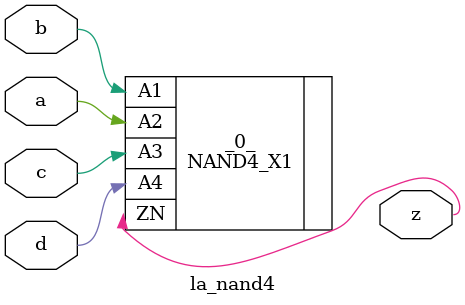
<source format=v>

/* Generated by Yosys 0.37 (git sha1 a5c7f69ed, clang 14.0.0-1ubuntu1.1 -fPIC -Os) */

module la_nand4(a, b, c, d, z);
  input a;
  wire a;
  input b;
  wire b;
  input c;
  wire c;
  input d;
  wire d;
  output z;
  wire z;
  NAND4_X1 _0_ (
    .A1(b),
    .A2(a),
    .A3(c),
    .A4(d),
    .ZN(z)
  );
endmodule

</source>
